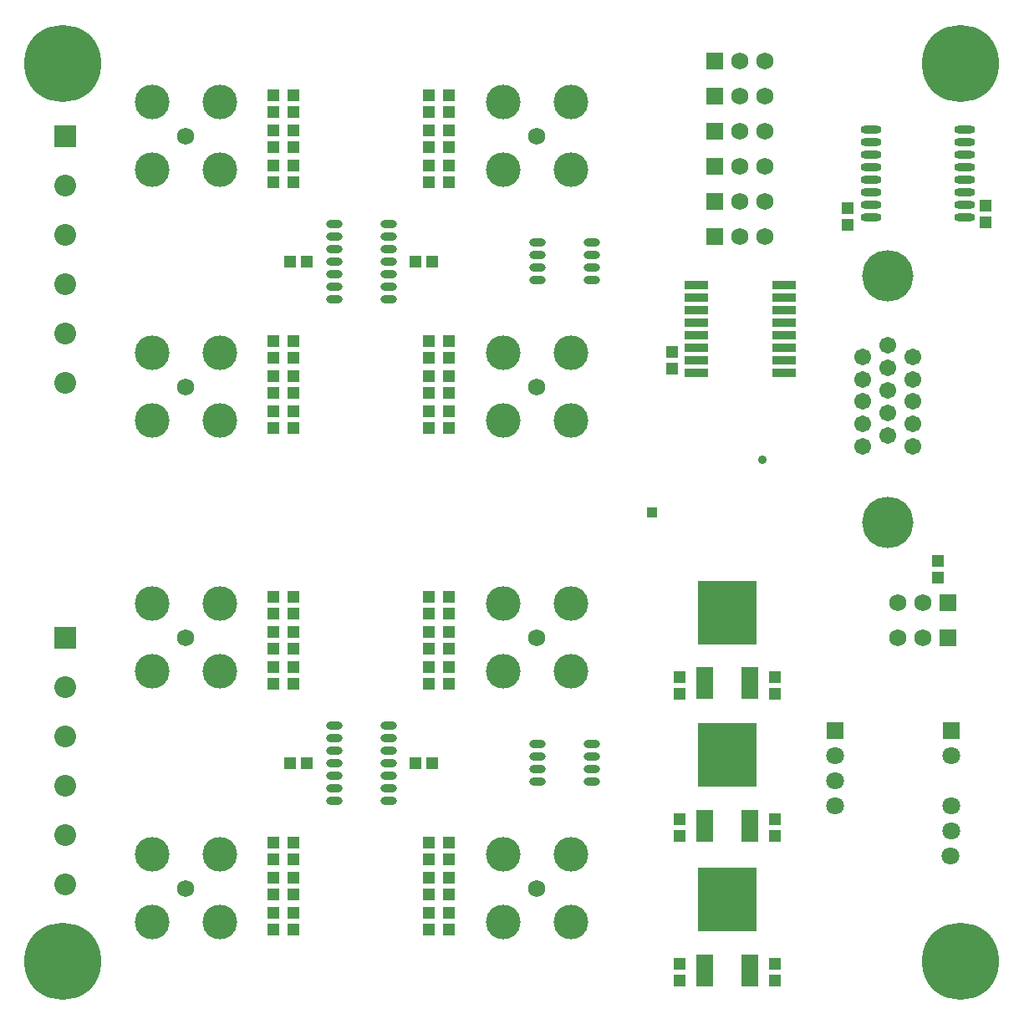
<source format=gbs>
G04*
G04 #@! TF.GenerationSoftware,Altium Limited,Altium Designer,20.1.14 (287)*
G04*
G04 Layer_Color=16711935*
%FSLAX25Y25*%
%MOIN*%
G70*
G04*
G04 #@! TF.SameCoordinates,133998B2-DC8D-44E4-BDA6-9003E9527627*
G04*
G04*
G04 #@! TF.FilePolarity,Negative*
G04*
G01*
G75*
%ADD18R,0.03950X0.03950*%
%ADD22R,0.04540X0.04540*%
%ADD24R,0.04540X0.04540*%
%ADD25C,0.08674*%
%ADD26R,0.08674X0.08674*%
%ADD28C,0.13800*%
%ADD29R,0.07099X0.07099*%
%ADD30C,0.07099*%
%ADD31C,0.03800*%
%ADD32C,0.30800*%
%ADD33C,0.06800*%
%ADD34R,0.06800X0.06800*%
%ADD35C,0.06706*%
%ADD36C,0.20485*%
%ADD37C,0.03600*%
%ADD67O,0.06509X0.03162*%
%ADD68O,0.08280X0.03162*%
%ADD69R,0.09800X0.03800*%
%ADD70R,0.07099X0.12611*%
%ADD71R,0.23635X0.25210*%
D18*
X555000Y299000D02*
D03*
D22*
X412000Y153347D02*
D03*
Y146653D02*
D03*
X404000D02*
D03*
Y153347D02*
D03*
Y132653D02*
D03*
Y139347D02*
D03*
X412000Y132653D02*
D03*
Y139347D02*
D03*
X466000Y153347D02*
D03*
Y146653D02*
D03*
Y132653D02*
D03*
Y139347D02*
D03*
X474000Y146653D02*
D03*
Y153347D02*
D03*
Y132653D02*
D03*
Y139347D02*
D03*
X466000Y244654D02*
D03*
Y251346D02*
D03*
Y237347D02*
D03*
Y230654D02*
D03*
Y265347D02*
D03*
Y258653D02*
D03*
X669000Y273000D02*
D03*
Y279693D02*
D03*
X474000Y258653D02*
D03*
Y265347D02*
D03*
Y244654D02*
D03*
Y251346D02*
D03*
X412000D02*
D03*
Y244654D02*
D03*
Y258653D02*
D03*
Y265347D02*
D03*
Y230654D02*
D03*
Y237347D02*
D03*
X404000Y258653D02*
D03*
Y265347D02*
D03*
Y244654D02*
D03*
Y251346D02*
D03*
X412000Y167347D02*
D03*
Y160653D02*
D03*
X404000Y167347D02*
D03*
Y160653D02*
D03*
X466000Y167347D02*
D03*
Y160653D02*
D03*
X404000Y230654D02*
D03*
Y237347D02*
D03*
X474000Y167347D02*
D03*
Y160653D02*
D03*
Y230654D02*
D03*
Y237347D02*
D03*
X412000Y346654D02*
D03*
Y353346D02*
D03*
Y339347D02*
D03*
Y332653D02*
D03*
X404000Y339347D02*
D03*
Y332653D02*
D03*
Y353346D02*
D03*
Y346654D02*
D03*
X412000Y367347D02*
D03*
Y360653D02*
D03*
X404000Y367347D02*
D03*
Y360653D02*
D03*
X466000Y346654D02*
D03*
Y353346D02*
D03*
Y367347D02*
D03*
Y360653D02*
D03*
X474000Y367347D02*
D03*
Y360653D02*
D03*
Y353346D02*
D03*
Y346654D02*
D03*
X466000Y339347D02*
D03*
Y332653D02*
D03*
X474000Y339347D02*
D03*
Y332653D02*
D03*
X466000Y451346D02*
D03*
Y444654D02*
D03*
Y430653D02*
D03*
Y437347D02*
D03*
X474000Y430653D02*
D03*
Y437347D02*
D03*
Y444654D02*
D03*
Y451346D02*
D03*
Y458653D02*
D03*
Y465346D02*
D03*
X466000Y458653D02*
D03*
Y465346D02*
D03*
X412000Y451346D02*
D03*
Y444654D02*
D03*
Y430653D02*
D03*
Y437347D02*
D03*
X404000Y444654D02*
D03*
Y451346D02*
D03*
Y430653D02*
D03*
Y437347D02*
D03*
Y458653D02*
D03*
Y465346D02*
D03*
X412000Y458653D02*
D03*
Y465346D02*
D03*
X563000Y363000D02*
D03*
Y356307D02*
D03*
X688000Y421347D02*
D03*
Y414653D02*
D03*
X633000Y420346D02*
D03*
Y413654D02*
D03*
X566000Y233347D02*
D03*
Y226654D02*
D03*
X565800Y118947D02*
D03*
Y112253D02*
D03*
X565900Y169754D02*
D03*
Y176446D02*
D03*
X604000Y233347D02*
D03*
Y226654D02*
D03*
X603800Y118947D02*
D03*
Y112253D02*
D03*
X603900Y169754D02*
D03*
Y176446D02*
D03*
D24*
X410653Y199000D02*
D03*
X417346D02*
D03*
X467346D02*
D03*
X460653D02*
D03*
X467346Y399000D02*
D03*
X460653D02*
D03*
X410653D02*
D03*
X417346D02*
D03*
D25*
X321000Y150575D02*
D03*
Y170260D02*
D03*
Y189945D02*
D03*
Y209630D02*
D03*
Y229315D02*
D03*
Y350575D02*
D03*
Y370260D02*
D03*
Y389945D02*
D03*
Y409630D02*
D03*
Y429315D02*
D03*
D26*
Y249000D02*
D03*
Y449000D02*
D03*
D28*
X495500Y162500D02*
D03*
Y135500D02*
D03*
X522500D02*
D03*
Y162500D02*
D03*
X355500Y135500D02*
D03*
Y162500D02*
D03*
X382500D02*
D03*
Y135500D02*
D03*
X495500Y262500D02*
D03*
Y235500D02*
D03*
X522500D02*
D03*
Y262500D02*
D03*
X355500Y235500D02*
D03*
Y262500D02*
D03*
X382500D02*
D03*
Y235500D02*
D03*
X495500Y362500D02*
D03*
Y335500D02*
D03*
X522500D02*
D03*
Y362500D02*
D03*
X355500Y335500D02*
D03*
Y362500D02*
D03*
X382500D02*
D03*
Y335500D02*
D03*
X495500Y462500D02*
D03*
Y435500D02*
D03*
X522500D02*
D03*
Y462500D02*
D03*
X355500Y435500D02*
D03*
Y462500D02*
D03*
X382500D02*
D03*
Y435500D02*
D03*
D29*
X628000Y212000D02*
D03*
X674257Y212018D02*
D03*
D30*
X628000Y182000D02*
D03*
Y192000D02*
D03*
Y202000D02*
D03*
X674000Y162000D02*
D03*
X674257Y202018D02*
D03*
Y172018D02*
D03*
Y182018D02*
D03*
D31*
X331250Y478000D02*
D03*
X325905Y487843D02*
D03*
Y468157D02*
D03*
X314094Y487843D02*
D03*
Y468157D02*
D03*
X308750Y478000D02*
D03*
X329842Y483906D02*
D03*
Y472094D02*
D03*
X320000Y489250D02*
D03*
X310157Y483906D02*
D03*
Y472094D02*
D03*
X320000Y466750D02*
D03*
X689250Y478000D02*
D03*
X683906Y487843D02*
D03*
Y468157D02*
D03*
X672094Y487843D02*
D03*
Y468157D02*
D03*
X666750Y478000D02*
D03*
X687843Y483906D02*
D03*
Y472094D02*
D03*
X678000Y489250D02*
D03*
X668157Y483906D02*
D03*
Y472094D02*
D03*
X678000Y466750D02*
D03*
X331250Y120000D02*
D03*
X325905Y129842D02*
D03*
Y110158D02*
D03*
X314094Y129842D02*
D03*
Y110158D02*
D03*
X308750Y120000D02*
D03*
X329842Y125906D02*
D03*
Y114094D02*
D03*
X320000Y131250D02*
D03*
X310157Y125906D02*
D03*
Y114094D02*
D03*
X320000Y108750D02*
D03*
X689250Y120000D02*
D03*
X683906Y129842D02*
D03*
Y110158D02*
D03*
X672094Y129842D02*
D03*
Y110158D02*
D03*
X666750Y120000D02*
D03*
X687843Y125906D02*
D03*
Y114094D02*
D03*
X678000Y131250D02*
D03*
X668157Y125906D02*
D03*
Y114094D02*
D03*
X678000Y108750D02*
D03*
D32*
X320000Y478000D02*
D03*
X678000D02*
D03*
X320000Y120000D02*
D03*
X678000D02*
D03*
D33*
X509000Y149000D02*
D03*
X369000D02*
D03*
X509000Y249000D02*
D03*
X369000D02*
D03*
X509000Y349000D02*
D03*
X369000D02*
D03*
X509000Y449000D02*
D03*
X369000D02*
D03*
X600000Y437000D02*
D03*
X590000D02*
D03*
X600000Y423000D02*
D03*
X590000D02*
D03*
X600000Y409000D02*
D03*
X590000D02*
D03*
X653000Y263000D02*
D03*
X663000D02*
D03*
X653000Y249000D02*
D03*
X663000D02*
D03*
X600000Y479000D02*
D03*
X590000D02*
D03*
X600000Y465000D02*
D03*
X590000D02*
D03*
X600000Y451000D02*
D03*
X590000D02*
D03*
D34*
X580000Y437000D02*
D03*
Y423000D02*
D03*
Y409000D02*
D03*
X673000Y263000D02*
D03*
Y249000D02*
D03*
X580000Y479000D02*
D03*
Y465000D02*
D03*
Y451000D02*
D03*
D35*
X659000Y361000D02*
D03*
Y352024D02*
D03*
Y343047D02*
D03*
Y334071D02*
D03*
Y325095D02*
D03*
X639000D02*
D03*
X649000Y338559D02*
D03*
X639000Y334071D02*
D03*
X649000Y347535D02*
D03*
X639000Y343047D02*
D03*
X649000Y356512D02*
D03*
X639000Y352024D02*
D03*
X649000Y329583D02*
D03*
Y365488D02*
D03*
X639000Y361000D02*
D03*
D36*
X649000Y393244D02*
D03*
Y294858D02*
D03*
D37*
X599000Y320000D02*
D03*
D67*
X530728Y406500D02*
D03*
Y401500D02*
D03*
Y396500D02*
D03*
Y391500D02*
D03*
X509272Y406500D02*
D03*
Y401500D02*
D03*
Y396500D02*
D03*
Y391500D02*
D03*
X530728Y206500D02*
D03*
Y201500D02*
D03*
Y196500D02*
D03*
Y191500D02*
D03*
X509272Y206500D02*
D03*
Y201500D02*
D03*
Y196500D02*
D03*
Y191500D02*
D03*
X428272Y184000D02*
D03*
Y189000D02*
D03*
Y194000D02*
D03*
Y199000D02*
D03*
Y204000D02*
D03*
Y209000D02*
D03*
Y214000D02*
D03*
X449728Y184000D02*
D03*
Y189000D02*
D03*
Y194000D02*
D03*
Y199000D02*
D03*
Y204000D02*
D03*
Y209000D02*
D03*
Y214000D02*
D03*
Y414000D02*
D03*
Y409000D02*
D03*
Y404000D02*
D03*
Y399000D02*
D03*
Y394000D02*
D03*
Y389000D02*
D03*
Y384000D02*
D03*
X428272Y414000D02*
D03*
Y409000D02*
D03*
Y404000D02*
D03*
Y399000D02*
D03*
Y394000D02*
D03*
Y389000D02*
D03*
Y384000D02*
D03*
D68*
X642299Y416500D02*
D03*
Y421500D02*
D03*
Y426500D02*
D03*
Y431500D02*
D03*
Y436500D02*
D03*
Y441500D02*
D03*
Y446500D02*
D03*
Y451500D02*
D03*
X679701Y416500D02*
D03*
Y421500D02*
D03*
Y426500D02*
D03*
Y431500D02*
D03*
Y436500D02*
D03*
Y441500D02*
D03*
Y446500D02*
D03*
Y451500D02*
D03*
D69*
X607500Y369500D02*
D03*
Y374500D02*
D03*
Y379500D02*
D03*
Y364500D02*
D03*
Y359500D02*
D03*
Y354500D02*
D03*
Y389500D02*
D03*
Y384500D02*
D03*
X572500Y354500D02*
D03*
Y389500D02*
D03*
Y384500D02*
D03*
Y379500D02*
D03*
Y374500D02*
D03*
Y359500D02*
D03*
Y364500D02*
D03*
Y369500D02*
D03*
D70*
X594016Y230732D02*
D03*
X575984D02*
D03*
X593816Y116332D02*
D03*
X575784D02*
D03*
X593916Y173832D02*
D03*
X575884D02*
D03*
D71*
X585000Y259000D02*
D03*
X584800Y144600D02*
D03*
X584900Y202100D02*
D03*
M02*

</source>
